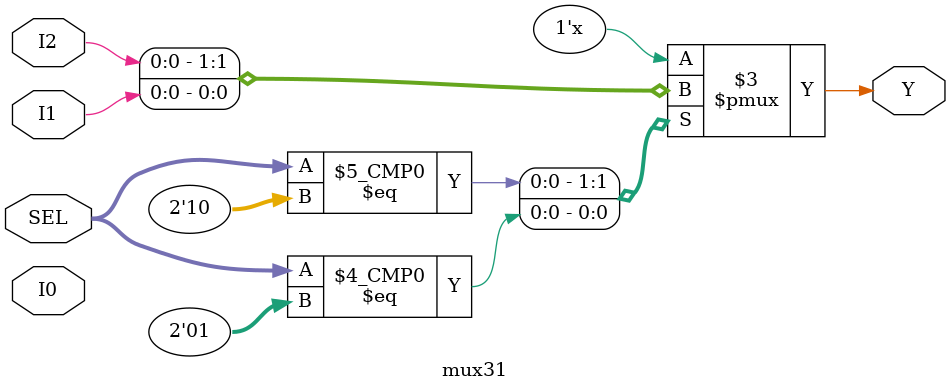
<source format=v>
module mux31(I0, I1, I2, SEL, Y);
  input  I0;
  input  I1;
  input  I2;
  input [1:0] SEL;
  output Y;

  reg Y;

  always @(I0 or I1 or I2 or SEL)
  begin
    case (SEL)
    2 : Y <= I2;
    1 : Y <= I1;
    default : Y <= 1'bx;
    endcase
  end
endmodule

</source>
